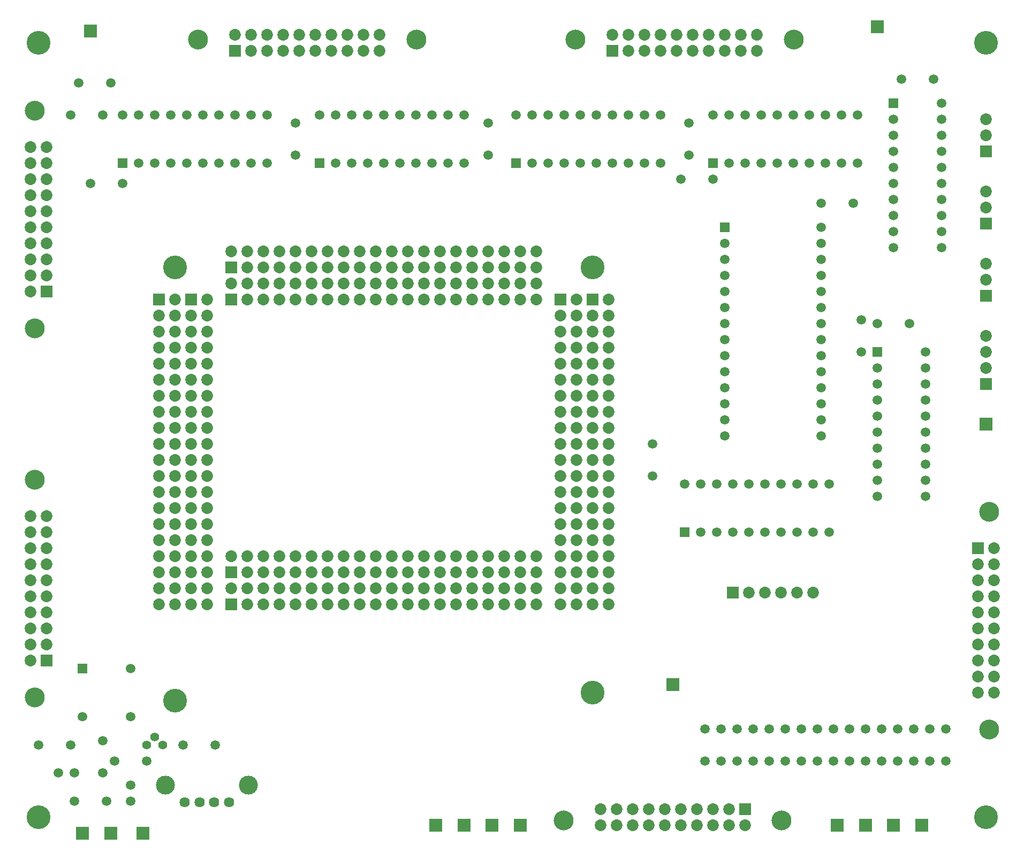
<source format=gbs>
G04 Output by ViewMate Deluxe V11.0.9  PentaLogix LLC*
G04 Sun Jun 14 09:31:17 2015*
%FSLAX33Y33*%
%MOMM*%
%IPPOS*%
%ADD108C,3.7592*%
%ADD109R,1.8542X1.8542*%
%ADD110C,1.8542*%
%ADD111C,3.1496*%
%ADD112R,2.0041X2.0041*%
%ADD113C,1.5113*%
%ADD114R,1.5113X1.5113*%
%ADD115C,3.0023*%
%ADD116C,1.6256*%
%ADD117C,1.4122*%

%LPD*%
X0Y0D2*D108*G1X11748Y134302D3*X33338Y98742D3*X161608Y134302D3*X99378Y98742D3*X161608Y11748D3*X99378Y31432D3*X33338Y30162D3*X11748Y11748D3*D109*X123508Y13018D3*X121602Y47308D3*X160338Y54292D3*X161608Y80328D3*X161608Y94298D3*X161608Y105728D3*X161608Y117158D3*X102552Y133032D3*X99378Y93662D3*X94298Y93662D3*X13018Y36512D3*X42228Y45402D3*X42228Y50482D3*X13018Y94932D3*X30798Y93662D3*X35878Y93662D3*X42228Y93662D3*X42228Y98742D3*X42862Y133032D3*D110*X10478Y36512D3*X10478Y39052D3*X13018Y39052D3*X13018Y41592D3*X10478Y41592D3*X10478Y46672D3*X10478Y44132D3*X13018Y44132D3*X13018Y46672D3*X13018Y49212D3*X10478Y49212D3*X10478Y51752D3*X13018Y51752D3*X13018Y56832D3*X13018Y54292D3*X10478Y54292D3*X10478Y56832D3*X10478Y59372D3*X13018Y59372D3*X62548Y98742D3*X65088Y98742D3*X65088Y101282D3*X62548Y101282D3*X57468Y101282D3*X60008Y101282D3*X60008Y98742D3*X57468Y98742D3*X52388Y98742D3*X54928Y98742D3*X54928Y101282D3*X52388Y101282D3*X47308Y101282D3*X49848Y101282D3*X49848Y98742D3*X47308Y98742D3*X44768Y98742D3*X44768Y101282D3*X42228Y101282D3*X33338Y93662D3*X10478Y94932D3*X10478Y97472D3*X13018Y97472D3*X13018Y100012D3*X10478Y100012D3*X10478Y105092D3*X10478Y102552D3*X13018Y102552D3*X13018Y105092D3*X13018Y107632D3*X10478Y107632D3*X10478Y110172D3*X13018Y110172D3*X13018Y115252D3*X13018Y112712D3*X10478Y112712D3*X10478Y115252D3*X10478Y117792D3*X13018Y117792D3*X42862Y135572D3*X45402Y133032D3*X45402Y135572D3*X47942Y135572D3*X47942Y133032D3*X50482Y133032D3*X50482Y135572D3*X53022Y135572D3*X53022Y133032D3*X55562Y133032D3*X55562Y135572D3*X58102Y135572D3*X58102Y133032D3*X60642Y133032D3*X60642Y135572D3*X63182Y135572D3*X63182Y133032D3*X65722Y133032D3*X65722Y135572D3*X102552Y135572D3*X105092Y135572D3*X105092Y133032D3*X107632Y133032D3*X107632Y135572D3*X110172Y135572D3*X110172Y133032D3*X112712Y133032D3*X112712Y135572D3*X115252Y135572D3*X115252Y133032D3*X117792Y133032D3*X117792Y135572D3*X120332Y135572D3*X120332Y133032D3*X122872Y133032D3*X122872Y135572D3*X125412Y135572D3*X125412Y133032D3*X161608Y122238D3*X161608Y119698D3*X161608Y110808D3*X161608Y108268D3*X161608Y99378D3*X161608Y96838D3*X161608Y87948D3*X161608Y85408D3*X161608Y82868D3*X162878Y31432D3*X160338Y31432D3*X160338Y33972D3*X162878Y33972D3*X162878Y39052D3*X162878Y36512D3*X160338Y36512D3*X160338Y39052D3*X160338Y41592D3*X162878Y41592D3*X162878Y54292D3*X162878Y51752D3*X160338Y51752D3*X160338Y49212D3*X162878Y49212D3*X162878Y46672D3*X162878Y44132D3*X160338Y44132D3*X160338Y46672D3*X134302Y47308D3*X131762Y47308D3*X129222Y47308D3*X126682Y47308D3*X124142Y47308D3*X77788Y53022D3*X75248Y53022D3*X75248Y50482D3*X77788Y50482D3*X82868Y50482D3*X80328Y50482D3*X80328Y53022D3*X82868Y53022D3*X87948Y53022D3*X85408Y53022D3*X85408Y50482D3*X87948Y50482D3*X90488Y50482D3*X90488Y53022D3*X96838Y70802D3*X94298Y70802D3*X94298Y65722D3*X94298Y68262D3*X96838Y68262D3*X96838Y65722D3*X96838Y63182D3*X94298Y63182D3*X94298Y60642D3*X96838Y60642D3*X101918Y60642D3*X99378Y60642D3*X99378Y63182D3*X101918Y63182D3*X101918Y68262D3*X101918Y65722D3*X99378Y65722D3*X99378Y68262D3*X99378Y70802D3*X101918Y70802D3*X101918Y80962D3*X99378Y80962D3*X99378Y78422D3*X101918Y78422D3*X101918Y75882D3*X101918Y73342D3*X99378Y73342D3*X99378Y75882D3*X96838Y75882D3*X96838Y73342D3*X94298Y73342D3*X94298Y75882D3*X94298Y78422D3*X96838Y78422D3*X96838Y80962D3*X94298Y80962D3*X90488Y101282D3*X90488Y98742D3*X96838Y93662D3*X101918Y93662D3*X101918Y91122D3*X99378Y91122D3*X99378Y88582D3*X101918Y88582D3*X101918Y86042D3*X101918Y83502D3*X99378Y83502D3*X99378Y86042D3*X96838Y86042D3*X96838Y83502D3*X94298Y83502D3*X94298Y86042D3*X94298Y88582D3*X96838Y88582D3*X96838Y91122D3*X94298Y91122D3*X90488Y93662D3*X90488Y96202D3*X87948Y96202D3*X87948Y93662D3*X85408Y93662D3*X85408Y96202D3*X85408Y98742D3*X87948Y98742D3*X87948Y101282D3*X85408Y101282D3*X82868Y101282D3*X80328Y101282D3*X80328Y98742D3*X82868Y98742D3*X82868Y96202D3*X82868Y93662D3*X80328Y93662D3*X80328Y96202D3*X77788Y96202D3*X77788Y93662D3*X75248Y93662D3*X75248Y96202D3*X75248Y98742D3*X77788Y98742D3*X77788Y101282D3*X75248Y101282D3*X72708Y101282D3*X70168Y101282D3*X67628Y101282D3*X67628Y98742D3*X70168Y98742D3*X72708Y98742D3*X72708Y96202D3*X72708Y93662D3*X70168Y93662D3*X70168Y96202D3*X67628Y96202D3*X67628Y93662D3*X65088Y93662D3*X65088Y96202D3*X62548Y96202D3*X62548Y93662D3*X60008Y93662D3*X60008Y96202D3*X57468Y96202D3*X57468Y93662D3*X54928Y93662D3*X54928Y96202D3*X52388Y96202D3*X52388Y93662D3*X49848Y93662D3*X49848Y96202D3*X47308Y96202D3*X47308Y93662D3*X44768Y93662D3*X44768Y96202D3*X42228Y96202D3*X38418Y93662D3*X38418Y91122D3*X38418Y88582D3*X35878Y80962D3*X33338Y80962D3*X33338Y78422D3*X35878Y78422D3*X35878Y73342D3*X35878Y75882D3*X33338Y75882D3*X33338Y73342D3*X33338Y70802D3*X35878Y70802D3*X35878Y65722D3*X35878Y68262D3*X33338Y68262D3*X33338Y65722D3*X33338Y63182D3*X35878Y63182D3*X35878Y60642D3*X33338Y60642D3*X33338Y55562D3*X33338Y58102D3*X35878Y58102D3*X35878Y55562D3*X35878Y53022D3*X33338Y53022D3*X33338Y50482D3*X35878Y50482D3*X38418Y50482D3*X38418Y53022D3*X38418Y55562D3*X38418Y58102D3*X38418Y60642D3*X38418Y63182D3*X38418Y65722D3*X38418Y68262D3*X38418Y70802D3*X38418Y73342D3*X38418Y75882D3*X38418Y78422D3*X38418Y80962D3*X38418Y83502D3*X38418Y86042D3*X35878Y86042D3*X35878Y83502D3*X33338Y83502D3*X33338Y86042D3*X33338Y88582D3*X35878Y88582D3*X35878Y91122D3*X33338Y91122D3*X30798Y91122D3*X30798Y88582D3*X30798Y86042D3*X30798Y83502D3*X30798Y80962D3*X30798Y78422D3*X30798Y75882D3*X30798Y73342D3*X30798Y70802D3*X30798Y68262D3*X30798Y65722D3*X30798Y63182D3*X30798Y60642D3*X30798Y58102D3*X30798Y55562D3*X30798Y53022D3*X30798Y50482D3*X30798Y47942D3*X30798Y45402D3*X33338Y45402D3*X33338Y47942D3*X35878Y47942D3*X35878Y45402D3*X38418Y45402D3*X38418Y47942D3*X42228Y47942D3*X44768Y45402D3*X44768Y47942D3*X44768Y50482D3*X42228Y53022D3*X44768Y53022D3*X47308Y53022D3*X49848Y53022D3*X49848Y50482D3*X47308Y50482D3*X47308Y47942D3*X47308Y45402D3*X49848Y45402D3*X49848Y47942D3*X52388Y47942D3*X52388Y45402D3*X54928Y45402D3*X54928Y47942D3*X54928Y50482D3*X52388Y50482D3*X52388Y53022D3*X54928Y53022D3*X57468Y53022D3*X60008Y53022D3*X60008Y50482D3*X57468Y50482D3*X57468Y47942D3*X57468Y45402D3*X60008Y45402D3*X60008Y47942D3*X62548Y47942D3*X62548Y45402D3*X65088Y45402D3*X65088Y47942D3*X65088Y50482D3*X62548Y50482D3*X62548Y53022D3*X65088Y53022D3*X67628Y53022D3*X70168Y53022D3*X72708Y53022D3*X72708Y50482D3*X70168Y50482D3*X67628Y50482D3*X67628Y47942D3*X67628Y45402D3*X70168Y45402D3*X70168Y47942D3*X72708Y47942D3*X72708Y45402D3*X75248Y45402D3*X75248Y47942D3*X77788Y47942D3*X77788Y45402D3*X80328Y45402D3*X80328Y47942D3*X82868Y47942D3*X82868Y45402D3*X85408Y45402D3*X85408Y47942D3*X87948Y47942D3*X87948Y45402D3*X90488Y45402D3*X90488Y47942D3*X96838Y47942D3*X96838Y45402D3*X94298Y45402D3*X94298Y47942D3*X94298Y50482D3*X96838Y50482D3*X96838Y53022D3*X94298Y53022D3*X94298Y55562D3*X94298Y58102D3*X96838Y58102D3*X96838Y55562D3*X99378Y55562D3*X99378Y58102D3*X101918Y58102D3*X101918Y55562D3*X101918Y53022D3*X99378Y53022D3*X99378Y50482D3*X101918Y50482D3*X101918Y45402D3*X101918Y47942D3*X99378Y47942D3*X99378Y45402D3*X100648Y13018D3*X100648Y10478D3*X103188Y10478D3*X103188Y13018D3*X105728Y13018D3*X105728Y10478D3*X108268Y10478D3*X108268Y13018D3*X110808Y13018D3*X110808Y10478D3*X113348Y10478D3*X113348Y13018D3*X115888Y13018D3*X115888Y10478D3*X118428Y10478D3*X118428Y13018D3*X120968Y13018D3*X120968Y10478D3*X123508Y10478D3*D111*X94831Y11214D3*X129324Y11214D3*X162141Y25616D3*X162141Y60109D3*X131229Y134836D3*X96736Y134836D3*X71539Y134836D3*X37046Y134836D3*X11214Y123609D3*X11214Y89116D3*X11214Y65189D3*X11214Y30696D3*D112*X28258Y9208D3*X23178Y9208D3*X18732Y9208D3*X20002Y136208D3*X144462Y136842D3*X161608Y73978D3*X151448Y10478D3*X147002Y10478D3*X142558Y10478D3*X138112Y10478D3*X112078Y32702D3*X74612Y10478D3*X79058Y10478D3*X83502Y10478D3*X87948Y10478D3*D113*X20002Y112078D3*X25082Y112078D3*X145098Y25718D3*X142558Y25718D3*X140018Y25718D3*X137478Y25718D3*X134938Y25718D3*X132398Y25718D3*X129858Y25718D3*X127318Y25718D3*X124778Y25718D3*X122238Y25718D3*X119698Y25718D3*X117158Y25718D3*X117158Y20638D3*X119698Y20638D3*X122238Y20638D3*X124778Y20638D3*X127318Y20638D3*X129858Y20638D3*X132398Y20638D3*X134938Y20638D3*X137478Y20638D3*X140018Y20638D3*X142558Y20638D3*X145098Y20638D3*X147638Y20638D3*X150178Y20638D3*X152718Y20638D3*X155258Y20638D3*X155258Y25718D3*X152718Y25718D3*X150178Y25718D3*X147638Y25718D3*X147002Y122238D3*X147002Y119698D3*X147002Y117158D3*X140652Y108902D3*X135572Y72072D3*X135572Y74612D3*X135572Y77152D3*X135572Y79692D3*X135572Y82232D3*X135572Y84772D3*X135572Y87312D3*X135572Y89852D3*X135572Y92392D3*X135572Y94932D3*X135572Y97472D3*X135572Y100012D3*X135572Y102552D3*X135572Y105092D3*X135572Y108902D3*X114618Y116522D3*X113348Y112712D3*X110172Y115252D3*X107632Y115252D3*X105092Y115252D3*X102552Y115252D3*X100012Y115252D3*X97472Y115252D3*X94932Y115252D3*X92392Y115252D3*X89852Y115252D3*X82868Y116522D3*X79058Y115252D3*X76518Y115252D3*X73978Y115252D3*X71438Y115252D3*X68898Y115252D3*X66358Y115252D3*X63818Y115252D3*X61278Y115252D3*X58738Y115252D3*X52388Y116522D3*X47942Y115252D3*X45402Y115252D3*X42862Y115252D3*X40322Y115252D3*X37782Y115252D3*X35242Y115252D3*X32702Y115252D3*X30162Y115252D3*X27622Y115252D3*X23178Y127952D3*X18098Y127952D3*X16828Y122872D3*X21908Y122872D3*X25082Y122872D3*X27622Y122872D3*X30162Y122872D3*X32702Y122872D3*X35242Y122872D3*X37782Y122872D3*X40322Y122872D3*X42862Y122872D3*X45402Y122872D3*X47942Y122872D3*X52388Y121602D3*X56198Y122872D3*X58738Y122872D3*X61278Y122872D3*X63818Y122872D3*X66358Y122872D3*X68898Y122872D3*X71438Y122872D3*X73978Y122872D3*X76518Y122872D3*X79058Y122872D3*X82868Y121602D3*X87312Y122872D3*X89852Y122872D3*X92392Y122872D3*X94932Y122872D3*X97472Y122872D3*X100012Y122872D3*X102552Y122872D3*X105092Y122872D3*X107632Y122872D3*X110172Y122872D3*X114618Y121602D3*X118428Y122872D3*X120968Y122872D3*X123508Y122872D3*X126048Y122872D3*X128588Y122872D3*X131128Y122872D3*X133668Y122872D3*X136208Y122872D3*X138748Y122872D3*X141288Y122872D3*X148272Y128588D3*X153352Y128588D3*X154622Y124778D3*X154622Y122238D3*X154622Y119698D3*X154622Y117158D3*X154622Y114618D3*X154622Y112078D3*X154622Y109538D3*X154622Y106998D3*X154622Y104458D3*X154622Y101918D3*X147002Y101918D3*X147002Y104458D3*X147002Y106998D3*X147002Y109538D3*X147002Y112078D3*X147002Y114618D3*X141288Y115252D3*X138748Y115252D3*X136208Y115252D3*X133668Y115252D3*X131128Y115252D3*X128588Y115252D3*X126048Y115252D3*X123508Y115252D3*X120968Y115252D3*X118428Y112712D3*X120332Y102552D3*X120332Y100012D3*X120332Y97472D3*X120332Y94932D3*X120332Y92392D3*X120332Y89852D3*X120332Y87312D3*X120332Y84772D3*X120332Y82232D3*X120332Y79692D3*X120332Y77152D3*X120332Y74612D3*X120332Y72072D3*X116522Y56832D3*X119062Y56832D3*X121602Y56832D3*X124142Y56832D3*X126682Y56832D3*X129222Y56832D3*X131762Y56832D3*X134302Y56832D3*X136842Y56832D3*X152082Y62548D3*X152082Y65088D3*X152082Y67628D3*X152082Y70168D3*X152082Y72708D3*X152082Y75248D3*X152082Y77788D3*X152082Y80328D3*X152082Y82868D3*X152082Y85408D3*X149542Y89852D3*X144462Y89852D3*X141922Y90488D3*X141922Y85408D3*X144462Y82868D3*X144462Y80328D3*X144462Y77788D3*X144462Y75248D3*X144462Y72708D3*X144462Y70168D3*X144462Y67628D3*X144462Y62548D3*X144462Y65088D3*X136842Y64452D3*X134302Y64452D3*X131762Y64452D3*X129222Y64452D3*X126682Y64452D3*X124142Y64452D3*X121602Y64452D3*X119062Y64452D3*X116522Y64452D3*X113982Y64452D3*X108902Y70802D3*X108902Y65722D3*X26352Y35242D3*X39688Y23178D3*X34608Y23178D3*X28892Y20638D3*X26352Y27622D3*X11748Y23178D3*X17462Y14288D3*X14922Y18732D3*X17462Y18732D3*X16828Y23178D3*X18732Y27622D3*X21908Y23812D3*X23812Y20638D3*X21908Y18732D3*X22542Y14288D3*X26352Y16828D3*X26352Y14288D3*D114*X18732Y35242D3*X147002Y124778D3*X113982Y56832D3*X144462Y85408D3*X120332Y105092D3*X118428Y115252D3*X87312Y115252D3*X56198Y115252D3*X25082Y115252D3*D115*X44996Y16828D3*X31839Y16828D3*D116*X34912Y14135D3*X37249Y14135D3*X39586Y14135D3*X41923Y14135D3*D117*X28892Y23178D3*X30162Y24448D3*X31432Y23178D3*X0Y0D2*M02*
</source>
